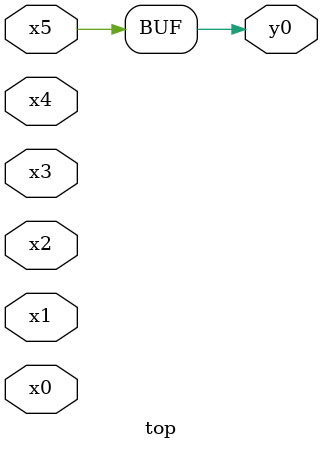
<source format=v>
module top( x0 , x1 , x2 , x3 , x4 , x5 , y0 );
  input x0 , x1 , x2 , x3 , x4 , x5 ;
  output y0 ;
  assign y0 = x5 ;
endmodule

</source>
